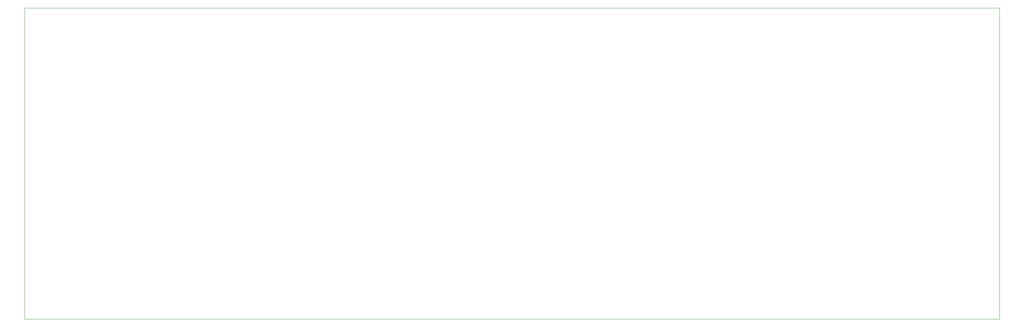
<source format=gbr>
G04 #@! TF.GenerationSoftware,KiCad,Pcbnew,(5.0.2)-1*
G04 #@! TF.CreationDate,2019-02-09T21:32:44-06:00*
G04 #@! TF.ProjectId,Nixie-ProtoBoard,4e697869-652d-4507-926f-746f426f6172,1.0*
G04 #@! TF.SameCoordinates,Original*
G04 #@! TF.FileFunction,Profile,NP*
%FSLAX46Y46*%
G04 Gerber Fmt 4.6, Leading zero omitted, Abs format (unit mm)*
G04 Created by KiCad (PCBNEW (5.0.2)-1) date 2/9/2019 9:32:44 PM*
%MOMM*%
%LPD*%
G01*
G04 APERTURE LIST*
%ADD10C,0.100000*%
G04 APERTURE END LIST*
D10*
X259334000Y-137668000D02*
X20574000Y-137668000D01*
X259334000Y-135128000D02*
X259334000Y-137668000D01*
X259334000Y-61468000D02*
X20574000Y-61468000D01*
X259334000Y-61468000D02*
X259334000Y-135128000D01*
X20574000Y-137668000D02*
X20574000Y-61468000D01*
M02*

</source>
